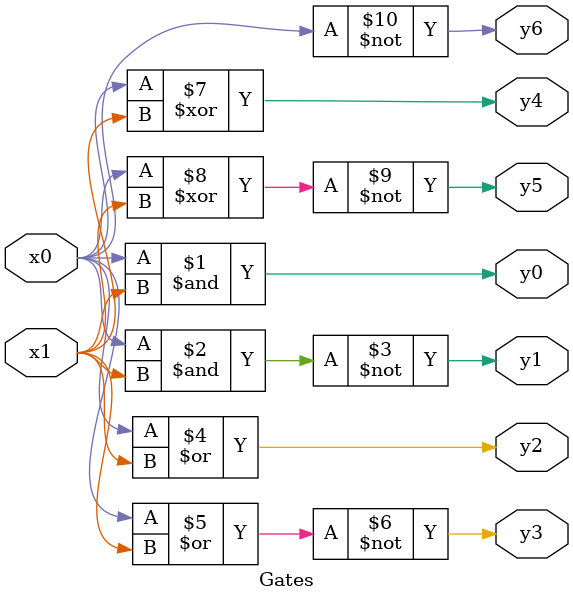
<source format=v>
`timescale 1ns / 1ps

module Gates(
    input x0,
    input x1,
    output y0,
    output y1,
    output y2,
    output y3,
    output y4,
    output y5,
    output y6
    );
  //      assign y0 = x0 & x1;
  //      assign y1 = ~(x0 & x1);
  //      assign y2 = x0 | x1;
  //      assign y3 = ~(x0 | x1);
  //      assign y4 = x0 ^ x1;
  //      assign y5 = ~(x0 ^ x1);
  //      assign y6 = ~x0;
        
      //Gate Primitive
      and(y0,x0,x1); //gate(output, input, input);
      nand(y1,x0,x1);
      or(y2,x0,x1);
      nor(y3,x0,x1);
      xor(y4,x0,x1);
      xnor(y5,x0,x1);
      not(y6,x0);
        
        
endmodule

</source>
